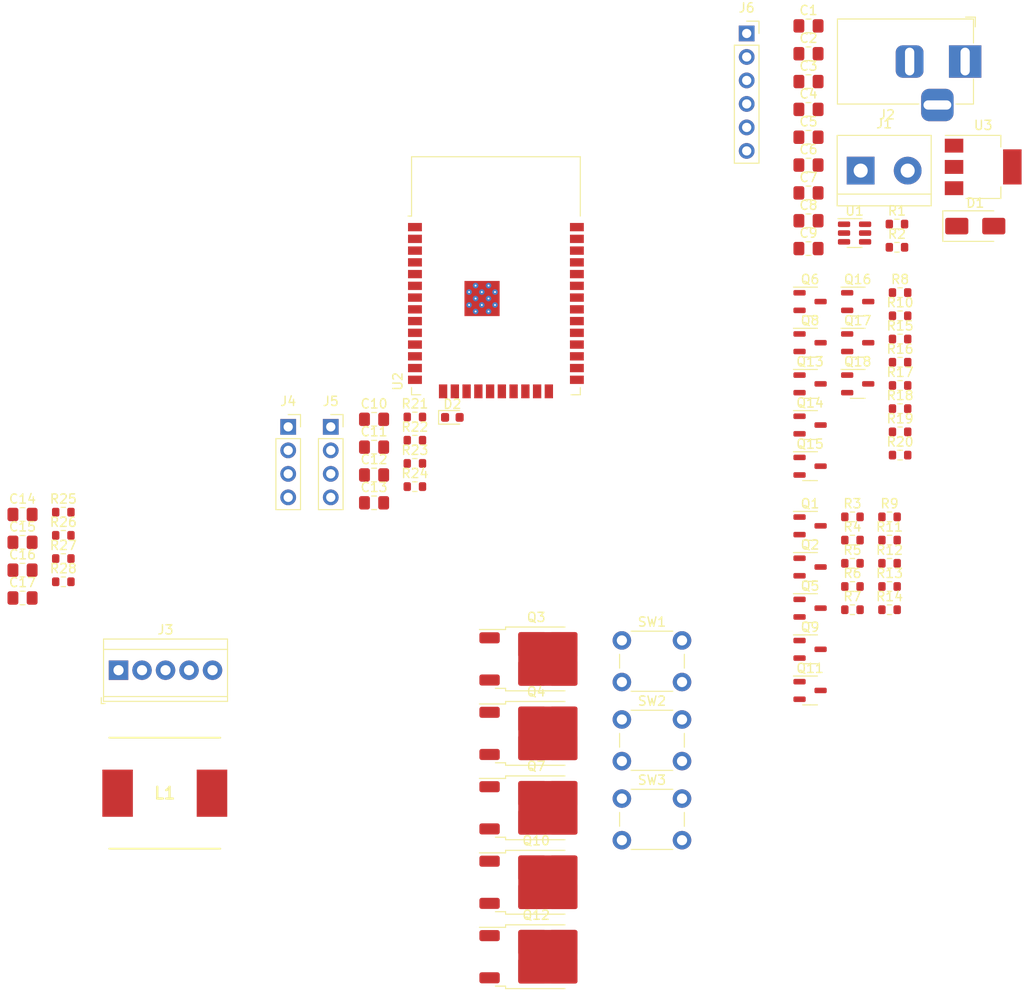
<source format=kicad_pcb>
(kicad_pcb (version 20221018) (generator pcbnew)
  (layers (0 "F.Cu" signal) (31 "B.Cu" signal) (34 "B.Paste" user) (35 "F.Paste" user) (36 "B.SilkS" user "B.Silkscreen") (37 "F.SilkS" user "F.Silkscreen") (38 "B.Mask" user) (39 "F.Mask" user) (44 "Edge.Cuts" user))
  (net 0 "")
  (net 1 "VCC")
  (net 2 "RST")
  (net 3 "Net-(U1-CB)")
  (net 4 "Net-(D1-K)")
  (net 5 "+3.3V")
  (net 6 "+5V")
  (net 7 "EN")
  (net 8 "Net-(U2-IO4)")
  (net 9 "Net-(D2-A)")
  (net 10 "/ws28xx_LEDs/out_DATA_1")
  (net 11 "/ws28xx_LEDs/out_DATA_2")
  (net 12 "/ws28xx_LEDs/out_DATA_3")
  (net 13 "/ws28xx_LEDs/out_DATA_4")
  (net 14 "TX")
  (net 15 "RX")
  (net 16 "Net-(Q1-C)")
  (net 17 "Net-(Q1-B)")
  (net 18 "Net-(Q2-C)")
  (net 19 "Net-(Q2-B)")
  (net 20 "Net-(Q5-C)")
  (net 21 "Net-(Q5-B)")
  (net 22 "Net-(Q13-G)")
  (net 23 "Net-(Q6-B)")
  (net 24 "Net-(Q14-G)")
  (net 25 "Net-(Q8-B)")
  (net 26 "Net-(Q10-G)")
  (net 27 "Net-(Q9-B)")
  (net 28 "Net-(Q11-C)")
  (net 29 "Net-(Q11-B)")
  (net 30 "Net-(Q15-C)")
  (net 31 "Net-(Q15-B)")
  (net 32 "Net-(Q16-C)")
  (net 33 "Net-(Q16-B)")
  (net 34 "Net-(U1-FB)")
  (net 35 "/drivers/in_R")
  (net 36 "/drivers/in_G")
  (net 37 "/drivers/in_B")
  (net 38 "/ws28xx_LEDs/in_DATA_1")
  (net 39 "/drivers/in_W")
  (net 40 "/drivers/in_WW")
  (net 41 "/ws28xx_LEDs/in_DATA_2")
  (net 42 "/ws28xx_LEDs/in_DATA_3")
  (net 43 "/ws28xx_LEDs/in_DATA_4")
  (net 44 "Net-(U2-IO0)")
  (net 45 "Net-(U2-IO2)")
  (net 62 "/drivers/out_R")
  (net 63 "/drivers/out_G")
  (net 64 "/drivers/out_B")
  (net 65 "/drivers/out_W")
  (net 66 "/drivers/out_WW")
  (net 67 "/pulls_ups/pull_input_ext_1")
  (net 68 "/pulls_ups/pull_input_ext_2")
  (net 69 "/pulls_ups/pull_input_ext_3")
  (net 70 "/pulls_ups/pull_input_ext_4")
  (footprint "Resistor_SMD:R_0603_1608Metric" (layer "F.Cu") (at 140.3375 104.65)
    (fp_text reference "R6" (at 0 -1.43) (layer "F.SilkS"))
    (fp_text value "1k")
    (pad "1" smd roundrect (at -0.825 0) (size 0.8 0.95) (layers "F.Cu" "F.Paste" "F.Mask") (net 18 "Net-(Q2-C)"))
    (pad "2" smd roundrect (at 0.825 0) (size 0.8 0.95) (layers "F.Cu" "F.Paste" "F.Mask") (net 1 "VCC"))
  )
  (footprint "Resistor_SMD:R_0603_1608Metric" (layer "F.Cu") (at 145.1475 67.97)
    (fp_text reference "R2" (at 0 -1.43) (layer "F.SilkS"))
    (fp_text value "R")
    (pad "1" smd roundrect (at -0.825 0) (size 0.8 0.95) (layers "F.Cu" "F.Paste" "F.Mask") (net 34 "Net-(U1-FB)"))
    (pad "2" smd roundrect (at 0.825 0) (size 0.8 0.95) (layers "F.Cu" "F.Paste" "F.Mask") (net 2 "RST"))
  )
  (footprint "Resistor_SMD:R_0603_1608Metric" (layer "F.Cu") (at 140.3375 97.12)
    (fp_text reference "R3" (at 0 -1.43) (layer "F.SilkS"))
    (fp_text value "10k")
    (pad "1" smd roundrect (at -0.825 0) (size 0.8 0.95) (layers "F.Cu" "F.Paste" "F.Mask") (net 35 "/drivers/in_R"))
    (pad "2" smd roundrect (at 0.825 0) (size 0.8 0.95) (layers "F.Cu" "F.Paste" "F.Mask") (net 17 "Net-(Q1-B)"))
  )
  (footprint "Package_TO_SOT_SMD:SOT-23-3" (layer "F.Cu") (at 140.9075 82.74)
    (fp_text reference "Q18" (at 0 -2.4) (layer "F.SilkS"))
    (fp_text value "BSS138")
    (pad "1" smd roundrect (at -1.1375 -0.95) (size 1.325 0.6) (layers "F.Cu" "F.Paste" "F.Mask") (net 32 "Net-(Q16-C)"))
    (pad "2" smd roundrect (at -1.1375 0.95) (size 1.325 0.6) (layers "F.Cu" "F.Paste" "F.Mask") (net 2 "RST"))
    (pad "3" smd roundrect (at 1.1375 0) (size 1.325 0.6) (layers "F.Cu" "F.Paste" "F.Mask") (net 13 "/ws28xx_LEDs/out_DATA_4"))
  )
  (footprint "Resistor_SMD:R_0603_1608Metric" (layer "F.Cu") (at 93.0475 93.85)
    (fp_text reference "R24" (at 0 -1.43) (layer "F.SilkS"))
    (fp_text value "10k")
    (pad "1" smd roundrect (at -0.825 0) (size 0.8 0.95) (layers "F.Cu" "F.Paste" "F.Mask") (net 8 "Net-(U2-IO4)"))
    (pad "2" smd roundrect (at 0.825 0) (size 0.8 0.95) (layers "F.Cu" "F.Paste" "F.Mask") (net 5 "+3.3V"))
  )
  (footprint "Capacitor_SMD:C_0805_2012Metric_Pad1.18x1.45mm_HandSolder" (layer "F.Cu") (at 135.5875 56.07)
    (fp_text reference "C5" (at 0 -1.68) (layer "F.SilkS"))
    (fp_text value "100nF")
    (pad "1" smd roundrect (at -1.0375 0) (size 1.175 1.45) (layers "F.Cu" "F.Paste" "F.Mask") (roundrect_rratio 0.212766) (net 5 "+3.3V"))
    (pad "2" smd roundrect (at 1.0375 0) (size 1.175 1.45) (layers "F.Cu" "F.Paste" "F.Mask") (roundrect_rratio 0.212766) (net 2 "RST"))
  )
  (footprint "Capacitor_SMD:C_0805_2012Metric_Pad1.18x1.45mm_HandSolder" (layer "F.Cu") (at 135.5875 50.05)
    (fp_text reference "C3" (at 0 -1.68) (layer "F.SilkS"))
    (fp_text value "100nF")
    (pad "1" smd roundrect (at -1.0375 0) (size 1.175 1.45) (layers "F.Cu" "F.Paste" "F.Mask") (roundrect_rratio 0.212766) (net 3 "Net-(U1-CB)"))
    (pad "2" smd roundrect (at 1.0375 0) (size 1.175 1.45) (layers "F.Cu" "F.Paste" "F.Mask") (roundrect_rratio 0.212766) (net 4 "Net-(D1-K)"))
  )
  (footprint "Resistor_SMD:R_0603_1608Metric" (layer "F.Cu") (at 144.3475 102.14)
    (fp_text reference "R12" (at 0 -1.43) (layer "F.SilkS"))
    (fp_text value "1k")
    (pad "1" smd roundrect (at -0.825 0) (size 0.8 0.95) (layers "F.Cu" "F.Paste" "F.Mask") (net 26 "Net-(Q10-G)"))
    (pad "2" smd roundrect (at 0.825 0) (size 0.8 0.95) (layers "F.Cu" "F.Paste" "F.Mask") (net 1 "VCC"))
  )
  (footprint "Capacitor_SMD:C_0805_2012Metric_Pad1.18x1.45mm_HandSolder" (layer "F.Cu") (at 135.5875 68.11)
    (fp_text reference "C9" (at 0 -1.68) (layer "F.SilkS"))
    (fp_text value "10uF")
    (pad "1" smd roundrect (at -1.0375 0) (size 1.175 1.45) (layers "F.Cu" "F.Paste" "F.Mask") (roundrect_rratio 0.212766) (net 6 "+5V"))
    (pad "2" smd roundrect (at 1.0375 0) (size 1.175 1.45) (layers "F.Cu" "F.Paste" "F.Mask") (roundrect_rratio 0.212766) (net 2 "RST"))
  )
  (footprint "Resistor_SMD:R_0603_1608Metric" (layer "F.Cu") (at 145.1475 65.46)
    (fp_text reference "R1" (at 0 -1.43) (layer "F.SilkS"))
    (fp_text value "R")
    (pad "1" smd roundrect (at -0.825 0) (size 0.8 0.95) (layers "F.Cu" "F.Paste" "F.Mask") (net 5 "+3.3V"))
    (pad "2" smd roundrect (at 0.825 0) (size 0.8 0.95) (layers "F.Cu" "F.Paste" "F.Mask") (net 34 "Net-(U1-FB)"))
  )
  (footprint "Connector_PinSocket_2.54mm:PinSocket_1x06_P2.54mm_Vertical" (layer "F.Cu") (at 128.9075 44.85)
    (fp_text reference "J6" (at 0 -2.77) (layer "F.SilkS"))
    (fp_text value "Conn_01x06")
    (pad "1" thru_hole rect (at 0 0) (size 1.7 1.7) (drill 1) (layers "*.Cu" "*.Mask") (net 14 "TX"))
    (pad "2" thru_hole oval (at 0 2.54) (size 1.7 1.7) (drill 1) (layers "*.Cu" "*.Mask") (net 15 "RX"))
    (pad "3" thru_hole oval (at 0 5.08) (size 1.7 1.7) (drill 1) (layers "*.Cu" "*.Mask") (net 5 "+3.3V"))
    (pad "4" thru_hole oval (at 0 7.62) (size 1.7 1.7) (drill 1) (layers "*.Cu" "*.Mask") (net 2 "RST"))
    (pad "5" thru_hole oval (at 0 10.16) (size 1.7 1.7) (drill 1) (layers "*.Cu" "*.Mask") (net 7 "EN"))
    (pad "6" thru_hole oval (at 0 12.7) (size 1.7 1.7) (drill 1) (layers "*.Cu" "*.Mask") (net 2 "RST"))
  )
  (footprint "TerminalBlock:TerminalBlock_bornier-2_P5.08mm" (layer "F.Cu") (at 141.2275 59.68)
    (fp_text reference "J1" (at 2.54 -5.08) (layer "F.SilkS"))
    (fp_text value "Screw_Terminal_01x02")
    (pad "1" thru_hole rect (at 0 0) (size 3 3) (drill 1.52) (layers "*.Cu" "*.Mask") (net 1 "VCC"))
    (pad "2" thru_hole circle (at 5.08 0) (size 3 3) (drill 1.52) (layers "*.Cu" "*.Mask") (net 2 "RST"))
  )
  (footprint "Package_TO_SOT_SMD:TO-252-2" (layer "F.Cu") (at 106.16 112.48)
    (fp_text reference "Q3" (at 0 -4.5) (layer "F.SilkS"))
    (fp_text value "IRFR1205TRPBF")
    (pad "1" smd roundrect (at -5.04 -2.28) (size 2.2 1.2) (layers "F.Cu" "F.Paste" "F.Mask") (roundrect_rratio 0.208333) (net 16 "Net-(Q1-C)"))
    (pad "2" smd roundrect (at -0.415 -1.525) (size 3.05 2.75) (layers "F.Cu" "F.Paste") (roundrect_rratio 0.090909) (net 62 "/drivers/out_R"))
    (pad "2" smd roundrect (at -0.415 1.525) (size 3.05 2.75) (layers "F.Cu" "F.Paste") (roundrect_rratio 0.090909) (net 62 "/drivers/out_R"))
    (pad "2" smd roundrect (at 1.26 0) (size 6.4 5.8) (layers "F.Cu" "F.Mask") (roundrect_rratio 0.043103) (net 62 "/drivers/out_R"))
    (pad "2" smd roundrect (at 2.935 -1.525) (size 3.05 2.75) (layers "F.Cu" "F.Paste") (roundrect_rratio 0.090909) (net 62 "/drivers/out_R"))
    (pad "2" smd roundrect (at 2.935 1.525) (size 3.05 2.75) (layers "F.Cu" "F.Paste") (roundrect_rratio 0.090909) (net 62 "/drivers/out_R"))
    (pad "3" smd roundrect (at -5.04 2.28) (size 2.2 1.2) (layers "F.Cu" "F.Paste" "F.Mask") (roundrect_rratio 0.208333) (net 2 "RST"))
  )
  (footprint "Resistor_SMD:R_0603_1608Metric" (layer "F.Cu") (at 145.4875 72.87)
    (fp_text reference "R8" (at 0 -1.43) (layer "F.SilkS"))
    (fp_text value "10k")
    (pad "1" smd roundrect (at -0.825 0) (size 0.8 0.95) (layers "F.Cu" "F.Paste" "F.Mask") (net 38 "/ws28xx_LEDs/in_DATA_1"))
    (pad "2" smd roundrect (at 0.825 0) (size 0.8 0.95) (layers "F.Cu" "F.Paste" "F.Mask") (net 23 "Net-(Q6-B)"))
  )
  (footprint "Package_TO_SOT_SMD:SOT-23-3" (layer "F.Cu") (at 135.7575 87.19)
    (fp_text reference "Q14" (at 0 -2.4) (layer "F.SilkS"))
    (fp_text value "BSS138")
    (pad "1" smd roundrect (at -1.1375 -0.95) (size 1.325 0.6) (layers "F.Cu" "F.Paste" "F.Mask") (net 24 "Net-(Q14-G)"))
    (pad "2" smd roundrect (at -1.1375 0.95) (size 1.325 0.6) (layers "F.Cu" "F.Paste" "F.Mask") (net 2 "RST"))
    (pad "3" smd roundrect (at 1.1375 0) (size 1.325 0.6) (layers "F.Cu" "F.Paste" "F.Mask") (net 11 "/ws28xx_LEDs/out_DATA_2"))
  )
  (footprint "Package_TO_SOT_SMD:TO-252-2" (layer "F.Cu") (at 106.16 136.63)
    (fp_text reference "Q10" (at 0 -4.5) (layer "F.SilkS"))
    (fp_text value "IRFR1205TRPBF")
    (pad "1" smd roundrect (at -5.04 -2.28) (size 2.2 1.2) (layers "F.Cu" "F.Paste" "F.Mask") (roundrect_rratio 0.208333) (net 26 "Net-(Q10-G)"))
    (pad "2" smd roundrect (at -0.415 -1.525) (size 3.05 2.75) (layers "F.Cu" "F.Paste") (roundrect_rratio 0.090909) (net 65 "/drivers/out_W"))
    (pad "2" smd roundrect (at -0.415 1.525) (size 3.05 2.75) (layers "F.Cu" "F.Paste") (roundrect_rratio 0.090909) (net 65 "/drivers/out_W"))
    (pad "2" smd roundrect (at 1.26 0) (size 6.4 5.8) (layers "F.Cu" "F.Mask") (roundrect_rratio 0.043103) (net 65 "/drivers/out_W"))
    (pad "2" smd roundrect (at 2.935 -1.525) (size 3.05 2.75) (layers "F.Cu" "F.Paste") (roundrect_rratio 0.090909) (net 65 "/drivers/out_W"))
    (pad "2" smd roundrect (at 2.935 1.525) (size 3.05 2.75) (layers "F.Cu" "F.Paste") (roundrect_rratio 0.090909) (net 65 "/drivers/out_W"))
    (pad "3" smd roundrect (at -5.04 2.28) (size 2.2 1.2) (layers "F.Cu" "F.Paste" "F.Mask") (roundrect_rratio 0.208333) (net 2 "RST"))
  )
  (footprint "Capacitor_SMD:C_0805_2012Metric_Pad1.18x1.45mm_HandSolder" (layer "F.Cu") (at 50.645 105.89)
    (fp_text reference "C17" (at 0 -1.68) (layer "F.SilkS"))
    (fp_text value "100nF")
    (pad "1" smd roundrect (at -1.0375 0) (size 1.175 1.45) (layers "F.Cu" "F.Paste" "F.Mask") (roundrect_rratio 0.212766) (net 70 "/pulls_ups/pull_input_ext_4"))
    (pad "2" smd roundrect (at 1.0375 0) (size 1.175 1.45) (layers "F.Cu" "F.Paste" "F.Mask") (roundrect_rratio 0.212766) (net 2 "RST"))
  )
  (footprint "Package_TO_SOT_SMD:SOT-23-3" (layer "F.Cu") (at 135.7575 91.64)
    (fp_text reference "Q15" (at 0 -2.4) (layer "F.SilkS"))
    (fp_text value "2N7002L")
    (pad "1" smd roundrect (at -1.1375 -0.95) (size 1.325 0.6) (layers "F.Cu" "F.Paste" "F.Mask") (net 30 "Net-(Q15-C)"))
    (pad "2" smd roundrect (at -1.1375 0.95) (size 1.325 0.6) (layers "F.Cu" "F.Paste" "F.Mask") (net 31 "Net-(Q15-B)"))
    (pad "3" smd roundrect (at 1.1375 0) (size 1.325 0.6) (layers "F.Cu" "F.Paste" "F.Mask") (net 2 "RST"))
  )
  (footprint "Resistor_SMD:R_0603_1608Metric" (layer "F.Cu") (at 55.055 96.61)
    (fp_text reference "R25" (at 0 -1.43) (layer "F.SilkS"))
    (fp_text value "10k")
    (pad "1" smd roundrect (at -0.825 0) (size 0.8 0.95) (layers "F.Cu" "F.Paste" "F.Mask") (net 67 "/pulls_ups/pull_input_ext_1"))
    (pad "2" smd roundrect (at 0.825 0) (size 0.8 0.95) (layers "F.Cu" "F.Paste" "F.Mask") (net 5 "+3.3V"))
  )
  (footprint "Resistor_SMD:R_0603_1608Metric" (layer "F.Cu") (at 144.3475 99.63)
    (fp_text reference "R11" (at 0 -1.43) (layer "F.SilkS"))
    (fp_text value "10k")
    (pad "1" smd roundrect (at -0.825 0) (size 0.8 0.95) (layers "F.Cu" "F.Paste" "F.Mask") (net 39 "/drivers/in_W"))
    (pad "2" smd roundrect (at 0.825 0) (size 0.8 0.95) (layers "F.Cu" "F.Paste" "F.Mask") (net 27 "Net-(Q9-B)"))
  )
  (footprint "Connector_PinSocket_2.54mm:PinSocket_1x04_P2.54mm_Vertical" (layer "F.Cu") (at 83.9575 87.39)
    (fp_text reference "J5" (at 0 -2.77) (layer "F.SilkS"))
    (fp_text value "Screw_Terminal_01x04")
    (pad "1" thru_hole rect (at 0 0) (size 1.7 1.7) (drill 1) (layers "*.Cu" "*.Mask") (net 67 "/pulls_ups/pull_input_ext_1"))
    (pad "2" thru_hole oval (at 0 2.54) (size 1.7 1.7) (drill 1) (layers "*.Cu" "*.Mask") (net 68 "/pulls_ups/pull_input_ext_2"))
    (pad "3" thru_hole oval (at 0 5.08) (size 1.7 1.7) (drill 1) (layers "*.Cu" "*.Mask") (net 69 "/pulls_ups/pull_input_ext_3"))
    (pad "4" thru_hole oval (at 0 7.62) (size 1.7 1.7) (drill 1) (layers "*.Cu" "*.Mask") (net 70 "/pulls_ups/pull_input_ext_4"))
  )
  (footprint "Resistor_SMD:R_0603_1608Metric" (layer "F.Cu") (at 55.055 104.14)
    (fp_text reference "R28" (at 0 -1.43) (layer "F.SilkS"))
    (fp_text value "10k")
    (pad "1" smd roundrect (at -0.825 0) (size 0.8 0.95) (layers "F.Cu" "F.Paste" "F.Mask") (net 70 "/pulls_ups/pull_input_ext_4"))
    (pad "2" smd roundrect (at 0.825 0) (size 0.8 0.95) (layers "F.Cu" "F.Paste" "F.Mask") (net 5 "+3.3V"))
  )
  (footprint "Resistor_SMD:R_0603_1608Metric" (layer "F.Cu") (at 145.4875 75.38)
    (fp_text reference "R10" (at 0 -1.43) (layer "F.SilkS"))
    (fp_text value "1k")
    (pad "1" smd roundrect (at -0.825 0) (size 0.8 0.95) (layers "F.Cu" "F.Paste" "F.Mask") (net 22 "Net-(Q13-G)"))
    (pad "2" smd roundrect (at 0.825 0) (size 0.8 0.95) (layers "F.Cu" "F.Paste" "F.Mask") (net 6 "+5V"))
  )
  (footprint "Package_TO_SOT_SMD:SOT-23-3" (layer "F.Cu") (at 140.9075 78.29)
    (fp_text reference "Q17" (at 0 -2.4) (layer "F.SilkS"))
    (fp_text value "BSS138")
    (pad "1" smd roundrect (at -1.1375 -0.95) (size 1.325 0.6) (layers "F.Cu" "F.Paste" "F.Mask") (net 30 "Net-(Q15-C)"))
    (pad "2" smd roundrect (at -1.1375 0.95) (size 1.325 0.6) (layers "F.Cu" "F.Paste" "F.Mask") (net 2 "RST"))
    (pad "3" smd roundrect (at 1.1375 0) (size 1.325 0.6) (layers "F.Cu" "F.Paste" "F.Mask") (net 12 "/ws28xx_LEDs/out_DATA_3"))
  )
  (footprint "Capacitor_SMD:C_0805_2012Metric_Pad1.18x1.45mm_HandSolder" (layer "F.Cu") (at 50.645 96.86)
    (fp_text reference "C14" (at 0 -1.68) (layer "F.SilkS"))
    (fp_text value "100nF")
    (pad "1" smd roundrect (at -1.0375 0) (size 1.175 1.45) (layers "F.Cu" "F.Paste" "F.Mask") (roundrect_rratio 0.212766) (net 67 "/pulls_ups/pull_input_ext_1"))
    (pad "2" smd roundrect (at 1.0375 0) (size 1.175 1.45) (layers "F.Cu" "F.Paste" "F.Mask") (roundrect_rratio 0.212766) (net 2 "RST"))
  )
  (footprint "Resistor_SMD:R_0603_1608Metric" (layer "F.Cu") (at 140.3375 99.63)
    (fp_text reference "R4" (at 0 -1.43) (layer "F.SilkS"))
    (fp_text value "10k")
    (pad "1" smd roundrect (at -0.825 0) (size 0.8 0.95) (layers "F.Cu" "F.Paste" "F.Mask") (net 36 "/drivers/in_G"))
    (pad "2" smd roundrect (at 0.825 0) (size 0.8 0.95) (layers "F.Cu" "F.Paste" "F.Mask") (net 19 "Net-(Q2-B)"))
  )
  (footprint "Button_Switch_THT:SW_PUSH_6mm_H5mm" (layer "F.Cu") (at 115.42 127.58)
    (fp_text reference "SW3" (at 3.25 -2) (layer "F.SilkS"))
    (fp_text value "SW_Push")
    (pad "1" thru_hole circle (at 0 0 90) (size 2 2) (drill 1.1) (layers "*.Cu" "*.Mask") (net 8 "Net-(U2-IO4)"))
    (pad "1" thru_hole circle (at 6.5 0 90) (size 2 2) (drill 1.1) (layers "*.Cu" "*.Mask") (net 8 "Net-(U2-IO4)"))
    (pad "2" thru_hole circle (at 0 4.5 90) (size 2 2) (drill 1.1) (layers "*.Cu" "*.Mask") (net 2 "RST"))
    (pad "2" thru_hole circle (at 6.5 4.5 90) (size 2 2) (drill 1.1) (layers "*.Cu" "*.Mask") (net 2 "RST"))
  )
  (footprint "Capacitor_SMD:C_0805_2012Metric_Pad1.18x1.45mm_HandSolder" (layer "F.Cu") (at 135.5875 53.06)
    (fp_text reference "C4" (at 0 -1.68) (layer "F.SilkS"))
    (fp_text value "10uF")
    (pad "1" smd roundrect (at -1.0375 0) (size 1.175 1.45) (layers "F.Cu" "F.Paste" "F.Mask") (roundrect_rratio 0.212766) (net 5 "+3.3V"))
    (pad "2" smd roundrect (at 1.0375 0) (size 1.175 1.45) (layers "F.Cu" "F.Paste" "F.Mask") (roundrect_rratio 0.212766) (net 2 "RST"))
  )
  (footprint "Resistor_SMD:R_0603_1608Metric" (layer "F.Cu") (at 55.055 101.63)
    (fp_text reference "R27" (at 0 -1.43) (layer "F.SilkS"))
    (fp_text value "10k")
    (pad "1" smd roundrect (at -0.825 0) (size 0.8 0.95) (layers "F.Cu" "F.Paste" "F.Mask") (net 69 "/pulls_ups/pull_input_ext_3"))
    (pad "2" smd roundrect (at 0.825 0) (size 0.8 0.95) (layers "F.Cu" "F.Paste" "F.Mask") (net 5 "+3.3V"))
  )
  (footprint "Resistor_SMD:R_0603_1608Metric" (layer "F.Cu") (at 140.3375 102.14)
    (fp_text reference "R5" (at 0 -1.43) (layer "F.SilkS"))
    (fp_text value "1k")
    (pad "1" smd roundrect (at -0.825 0) (size 0.8 0.95) (layers "F.Cu" "F.Paste" "F.Mask") (net 16 "Net-(Q1-C)"))
    (pad "2" smd roundrect (at 0.825 0) (size 0.8 0.95) (layers "F.Cu" "F.Paste" "F.Mask") (net 1 "VCC"))
  )
  (footprint "Resistor_SMD:R_0603_1608Metric" (layer "F.Cu") (at 93.0475 91.34)
    (fp_text reference "R23" (at 0 -1.43) (layer "F.SilkS"))
    (fp_text value "1k")
    (pad "1" smd roundrect (at -0.825 0) (size 0.8 0.95) (layers "F.Cu" "F.Paste" "F.Mask") (net 45 "Net-(U2-IO2)"))
    (pad "2" smd roundrect (at 0.825 0) (size 0.8 0.95) (layers "F.Cu" "F.Paste" "F.Mask") (net 9 "Net-(D2-A)"))
  )
  (footprint "Button_Switch_THT:SW_PUSH_6mm_H5mm" (layer "F.Cu") (at 115.42 119.03)
    (fp_text reference "SW2" (at 3.25 -2) (layer "F.SilkS"))
    (fp_text value "SW_Push")
    (pad "1" thru_hole circle (at 0 0 90) (size 2 2) (drill 1.1) (layers "*.Cu" "*.Mask") (net 2 "RST"))
    (pad "1" thru_hole circle (at 6.5 0 90) (size 2 2) (drill 1.1) (layers "*.Cu" "*.Mask") (net 2 "RST"))
    (pad "2" thru_hole circle (at 0 4.5 90) (size 2 2) (drill 1.1) (layers "*.Cu" "*.Mask") (net 7 "EN"))
    (pad "2" thru_hole circle (at 6.5 4.5 90) (size 2 2) (drill 1.1) (layers "*.Cu" "*.Mask") (net 7 "EN"))
  )
  (footprint "Package_TO_SOT_SMD:SOT-23-3" (layer "F.Cu") (at 135.7575 106.99)
    (fp_text reference "Q5" (at 0 -2.4) (layer "F.SilkS"))
    (fp_text value "2N7002L")
    (pad "1" smd roundrect (at -1.1375 -0.95) (size 1.325 0.6) (layers "F.Cu" "F.Paste" "F.Mask") (net 20 "Net-(Q5-C)"))
    (pad "2" smd roundrect (at -1.1375 0.95) (size 1.325 0.6) (layers "F.Cu" "F.Paste" "F.Mask") (net 21 "Net-(Q5-B)"))
    (pad "3" smd roundrect (at 1.1375 0) (size 1.325 0.6) (layers "F.Cu" "F.Paste" "F.Mask") (net 2 "RST"))
  )
  (footprint "Resistor_SMD:R_0603_1608Metric" (layer "F.Cu") (at 145.4875 90.44)
    (fp_text reference "R20" (at 0 -1.43) (layer "F.SilkS"))
    (fp_text value "1k")
    (pad "1" smd roundrect (at -0.825 0) (size 0.8 0.95) (layers "F.Cu" "F.Paste" "F.Mask") (net 32 "Net-(Q16-C)"))
    (pad "2" smd roundrect (at 0.825 0) (size 0.8 0.95) (layers "F.Cu" "F.Paste" "F.Mask") (net 6 "+5V"))
  )
  (footprint "Package_TO_SOT_SMD:SOT-23-3" (layer "F.Cu") (at 135.7575 111.44)
    (fp_text reference "Q9" (at 0 -2.4) (layer "F.SilkS"))
    (fp_text value "2N7002L")
    (pad "1" smd roundrect (at -1.1375 -0.95) (size 1.325 0.6) (layers "F.Cu" "F.Paste" "F.Mask") (net 26 "Net-(Q10-G)"))
    (pad "2" smd roundrect (at -1.1375 0.95) (size 1.325 0.6) (layers "F.Cu" "F.Paste" "F.Mask") (net 27 "Net-(Q9-B)"))
    (pad "3" smd roundrect (at 1.1375 0) (size 1.325 0.6) (layers "F.Cu" "F.Paste" "F.Mask") (net 2 "RST"))
  )
  (footprint "Resistor_SMD:R_0603_1608Metric" (layer "F.Cu") (at 55.055 99.12)
    (fp_text reference "R26" (at 0 -1.43) (layer "F.SilkS"))
    (fp_text value "10k")
    (pad "1" smd roundrect (at -0.825 0) (size 0.8 0.95) (layers "F.Cu" "F.Paste" "F.Mask") (net 68 "/pulls_ups/pull_input_ext_2"))
    (pad "2" smd roundrect (at 0.825 0) (size 0.8 0.95) (layers "F.Cu" "F.Paste" "F.Mask") (net 5 "+3.3V"))
  )
  (footprint "Capacitor_SMD:C_0805_2012Metric_Pad1.18x1.45mm_HandSolder" (layer "F.Cu") (at 50.645 99.87)
    (fp_text reference "C15" (at 0 -1.68) (layer "F.SilkS"))
    (fp_text value "100nF")
    (pad "1" smd roundrect (at -1.0375 0) (size 1.175 1.45) (layers "F.Cu" "F.Paste" "F.Mask") (roundrect_rratio 0.212766) (net 68 "/pulls_ups/pull_input_ext_2"))
    (pad "2" smd roundrect (at 1.0375 0) (size 1.175 1.45) (layers "F.Cu" "F.Paste" "F.Mask") (roundrect_rratio 0.212766) (net 2 "RST"))
  )
  (footprint "Package_TO_SOT_SMD:SOT-23-3" (layer "F.Cu") (at 135.7575 82.74)
    (fp_text reference "Q13" (at 0 -2.4) (layer "F.SilkS"))
    (fp_text value "BSS138")
    (pad "1" smd roundrect (at -1.1375 -0.95) (size 1.325 0.6) (layers "F.Cu" "F.Paste" "F.Mask") (net 22 "Net-(Q13-G)"))
    (pad "2" smd roundrect (at -1.1375 0.95) (size 1.325 0.6) (layers "F.Cu" "F.Paste" "F.Mask") (net 2 "RST"))
    (pad "3" smd roundrect (at 1.1375 0) (size 1.325 0.6) (layers "F.Cu" "F.Paste" "F.Mask") (net 10 "/ws28xx_LEDs/out_DATA_1"))
  )
  (footprint "Connector_BarrelJack:BarrelJack_Horizontal" (layer "F.Cu") (at 152.5175 47.885)
    (fp_text reference "J2" (at -8.45 5.75) (layer "F.SilkS"))
    (fp_text value "Barrel_Jack_Switch")
    (pad "1" thru_hole rect (at 0 0) (size 3.5 3.5) (drill oval 1 3) (layers "*.Cu" "*.Mask") (net 1 "VCC"))
    (pad "2" thru_hole roundrect (at -6 0) (size 3 3.5) (drill oval 1 3) (layers "*.Cu" "*.Mask") (net 2 "RST"))
    (pad "3" thru_hole roundrect (at -3 4.7) (size 3.5 3.5) (drill oval 3 1) (layers "*.Cu" "*.Mask") (net 2 "RST"))
  )
  (footprint "Capacitor_SMD:C_0805_2012Metric_Pad1.18x1.45mm_HandSolder" (layer "F.Cu") (at 88.6375 86.57)
    (fp_text reference "C10" (at 0 -1.68) (layer "F.SilkS"))
    (fp_text value "100nF")
    (pad "1" smd roundrect (at -1.0375 0) (size 1.175 1.45) (layers "F.Cu" "F.Paste" "F.Mask") (roundrect_rratio 0.212766) (net 5 "+3.3V"))
    (pad "2" smd roundrect (at 1.0375 0) (size 1.175 1.45) (layers "F.Cu" "F.Paste" "F.Mask") (roundrect_rratio 0.212766) (net 2 "RST"))
  )
  (footprint "Package_TO_SOT_SMD:SOT-23-3" (layer "F.Cu") (at 135.7575 73.84)
    (fp_text reference "Q6" (at 0 -2.4) (layer "F.SilkS"))
    (fp_text value "2N7002L")
    (pad "1" smd roundrect (at -1.1375 -0.95) (size 1.325 0.6) (layers "F.Cu" "F.Paste" "F.Mask") (net 22 "Net-(Q13-G)"))
    (pad "2" smd roundrect (at -1.1375 0.95) (size 1.325 0.6) (layers "F.Cu" "F.Paste" "F.Mask") (net 23 "Net-(Q6-B)"))
    (pad "3" smd roundrect (at 1.1375 0) (size 1.325 0.6) (layers "F.Cu" "F.Paste" "F.Mask") (net 2 "RST"))
  )
  (footprint "Resistor_SMD:R_0603_1608Metric" (layer "F.Cu") (at 93.0475 86.32)
    (fp_text reference "R21" (at 0 -1.43) (layer "F.SilkS"))
    (fp_text value "10k")
    (pad "1" smd roundrect (at -0.825 0) (size 0.8 0.95) (layers "F.Cu" "F.Paste" "F.Mask") (net 7 "EN"))
    (pad "2" smd roundrect (at 0.825 0) (size 0.8 0.95) (layers "F.Cu" "F.Paste" "F.Mask") (net 5 "+3.3V"))
  )
  (footprint "Capacitor_SMD:C_0805_2012Metric_Pad1.18x1.45mm_HandSolder" (layer "F.Cu") (at 88.6375 95.6)
    (fp_text reference "C13" (at 0 -1.68) (layer "F.SilkS"))
    (fp_text value "100nF")
    (pad "1" smd roundrect (at -1.0375 0) (size 1.175 1.45) (layers "F.Cu" "F.Paste" "F.Mask") (roundrect_rratio 0.212766) (net 8 "Net-(U2-IO4)"))
    (pad "2" smd roundrect (at 1.0375 0) (size 1.175 1.45) (layers "F.Cu" "F.Paste" "F.Mask") (roundrect_rratio 0.212766) (net 2 "RST"))
  )
  (footprint "Button_Switch_THT:SW_PUSH_6mm_H5mm" (layer "F.Cu") (at 115.42 110.48)
    (fp_text reference "SW1" (at 3.25 -2) (layer "F.SilkS"))
    (fp_text value "SW_Push")
    (pad "1" thru_hole circle (at 0 0 90) (size 2 2) (drill 1.1) (layers "*.Cu" "*.Mask") (net 44 "Net-(U2-IO0)"))
    (pad "1" thru_hole circle (at 6.5 0 90) (size 2 2) (drill 1.1) (layers "*.Cu" "*.Mask") (net 44 "Net-(U2-IO0)"))
    (pad "2" thru_hole circle (at 0 4.5 90) (size 2 2) (drill 1.1) (layers "*.Cu" "*.Mask") (net 2 "RST"))
    (pad "2" thru_hole circle (at 6.5 4.5 90) (size 2 2) (drill 1.1) (layers "*.Cu" "*.Mask") (net 2 "RST"))
  )
  (footprint "Diode_SMD:D_SMA" (layer "F.Cu") (at 153.6125 65.68)
    (fp_text reference "D1" (at 0 -2.5) (layer "F.SilkS"))
    (fp_text value "D_Schottky")
    (pad "1" smd roundrect (at -2 0) (size 2.5 1.8) (layers "F.Cu" "F.Paste" "F.Mask") (roundrect_rratio 0.1388888889) (net 4 "Net-(D1-K)"))
    (pad "2" smd roundrect (at 2 0) (size 2.5 1.8) (layers "F.Cu" "F.Paste" "F.Mask") (roundrect_rratio 0.1388888889) (net 2 "RST"))
  )
  (footprint "Resistor_SMD:R_0603_1608Metric" (layer "F.Cu") (at 145.4875 85.42)
    (fp_text reference "R18" (at 0 -1.43) (layer "F.SilkS"))
    (fp_text value "10k")
    (pad "1" smd roundrect (at -0.825 0) (size 0.8 0.95) (layers "F.Cu" "F.Paste" "F.Mask") (net 43 "/ws28xx_LEDs/in_DATA_4"))
    (pad "2" smd roundrect (at 0.825 0) (size 0.8 0.95) (layers "F.Cu" "F.Paste" "F.Mask") (net 33 "Net-(Q16-B)"))
  )
  (footprint "Capacitor_SMD:C_0805_2012Metric_Pad1.18x1.45mm_HandSolder" (layer "F.Cu") (at 135.5875 44.03)
    (fp_text reference "C1" (at 0 -1.68) (layer "F.SilkS"))
    (fp_text value "100nF")
    (pad "1" smd roundrect (at -1.0375 0) (size 1.175 1.45) (layers "F.Cu" "F.Paste" "F.Mask") (roundrect_rratio 0.212766) (net 1 "VCC"))
    (pad "2" smd roundrect (at 1.0375 0) (size 1.175 1.45) (layers "F.Cu" "F.Paste" "F.Mask") (roundrect_rratio 0.212766) (net 2 "RST"))
  )
  (footprint "Capacitor_SMD:C_0805_2012Metric_Pad1.18x1.45mm_HandSolder" (layer "F.Cu") (at 135.5875 62.09)
    (fp_text reference "C7" (at 0 -1.68) (layer "F.SilkS"))
    (fp_text value "10uF")
    (pad "1" smd roundrect (at -1.0375 0) (size 1.175 1.45) (layers "F.Cu" "F.Paste" "F.Mask") (roundrect_rratio 0.212766) (net 1 "VCC"))
    (pad "2" smd roundrect (at 1.0375 0) (size 1.175 1.45) (layers "F.Cu" "F.Paste" "F.Mask") (roundrect_rratio 0.212766) (net 2 "RST"))
  )
  (footprint "Resistor_SMD:R_0603_1608Metric" (layer "F.Cu") (at 93.0475 88.83)
    (fp_text reference "R22" (at 0 -1.43) (layer "F.SilkS"))
    (fp_text value "10k")
    (pad "1" smd roundrect (at -0.825 0) (size 0.8 0.95) (layers "F.Cu" "F.Paste" "F.Mask") (net 44 "Net-(U2-IO0)"))
    (pad "2" smd roundrect (at 0.825 0) (size 0.8 0.95) (layers "F.Cu" "F.Paste" "F.Mask") (net 5 "+3.3V"))
  )
  (footprint "Package_TO_SOT_SMD:SOT-23-6" (layer "F.Cu") (at 140.5675 66.43)
    (fp_text reference "U1" (at 0 -2.4) (layer "F.SilkS"))
    (fp_text value "LMR16006YQ")
    (pad "1" smd roundrect (at -1.1375 -0.95) (size 1.325 0.6) (layers "F.Cu" "F.Paste" "F.Mask") (net 3 "Net-(U1-CB)"))
    (pad "2" smd roundrect (at -1.1375 0) (size 1.325 0.6) (layers "F.Cu" "F.Paste" "F.Mask") (net 2 "RST"))
    (pad "3" smd roundrect (at -1.1375 0.95) (size 1.325 0.6) (layers "F.Cu" "F.Paste" "F.Mask") (net 34 "Net-(U1-FB)"))
    (pad "4" smd roundrect (at 1.1375 0.95) (size 1.325 0.6) (layers "F.Cu" "F.Paste" "F.Mask"))
    (pad "5" smd roundrect (at 1.1375 0) (size 1.325 0.6) (layers "F.Cu" "F.Paste" "F.Mask") (net 1 "VCC"))
    (pad "6" smd roundrect (at 1.1375 -0.95) (size 1.325 0.6) (layers "F.Cu" "F.Paste" "F.Mask") (net 4 "Net-(D1-K)"))
  )
  (footprint "Resistor_SMD:R_0603_1608Metric" (layer "F.Cu") (at 145.4875 77.89)
    (fp_text reference "R15" (at 0 -1.43) (layer "F.SilkS"))
    (fp_text value "10k")
    (pad "1" smd roundrect (at -0.825 0) (size 0.8 0.95) (layers "F.Cu" "F.Paste" "F.Mask") (net 41 "/ws28xx_LEDs/in_DATA_2"))
    (pad "2" smd roundrect (at 0.825 0) (size 0.8 0.95) (layers "F.Cu" "F.Paste" "F.Mask") (net 25 "Net-(Q8-B)"))
  )
  (footprint "Capacitor_SMD:C_0805_2012Metric_Pad1.18x1.45mm_HandSolder" (layer "F.Cu") (at 88.6375 92.59)
    (fp_text reference "C12" (at 0 -1.68) (layer "F.SilkS"))
    (fp_text value "10uF")
    (pad "1" smd roundrect (at -1.0375 0) (size 1.175 1.45) (layers "F.Cu" "F.Paste" "F.Mask") (roundrect_rratio 0.212766) (net 7 "EN"))
    (pad "2" smd roundrect (at 1.0375 0) (size 1.175 1.45) (layers "F.Cu" "F.Paste" "F.Mask") (roundrect_rratio 0.212766) (net 2 "RST"))
  )
  (footprint "Package_TO_SOT_SMD:SOT-23-3" (layer "F.Cu") (at 135.7575 102.54)
    (fp_text reference "Q2" (at 0 -2.4) (layer "F.SilkS"))
    (fp_text value "2N7002L")
    (pad "1" smd roundrect (at -1.1375 -0.95) (size 1.325 0.6) (layers "F.Cu" "F.Paste" "F.Mask") (net 18 "Net-(Q2-C)"))
    (pad "2" smd roundrect (at -1.1375 0.95) (size 1.325 0.6) (layers "F.Cu" "F.Paste" "F.Mask") (net 19 "Net-(Q2-B)"))
    (pad "3" smd roundrect (at 1.1375 0) (size 1.325 0.6) (layers "F.Cu" "F.Paste" "F.Mask") (net 2 "RST"))
  )
  (footprint "Package_TO_SOT_SMD:TO-252-2" (layer "F.Cu") (at 106.16 144.68)
    (fp_text reference "Q12" (at 0 -4.5) (layer "F.SilkS"))
    (fp_text value "IRFR1205TRPBF")
    (pad "1" smd roundrect (at -5.04 -2.28) (size 2.2 1.2) (layers "F.Cu" "F.Paste" "F.Mask") (roundrect_rratio 0.208333) (net 28 "Net-(Q11-C)"))
    (pad "2" smd roundrect (at -0.415 -1.525) (size 3.05 2.75) (layers "F.Cu" "F.Paste") (roundrect_rratio 0.090909) (net 66 "/drivers/out_WW"))
    (pad "2" smd roundrect (at -0.415 1.525) (size 3.05 2.75) (layers "F.Cu" "F.Paste") (roundrect_rratio 0.090909) (net 66 "/drivers/out_WW"))
    (pad "2" smd roundrect (at 1.26 0) (size 6.4 5.8) (layers "F.Cu" "F.Mask") (roundrect_rratio 0.043103) (net 66 "/drivers/out_WW"))
    (pad "2" smd roundrect (at 2.935 -1.525) (size 3.05 2.75) (layers "F.Cu" "F.Paste") (roundrect_rratio 0.090909) (net 66 "/drivers/out_WW"))
    (pad "2" smd roundrect (at 2.935 1.525) (size 3.05 2.75) (layers "F.Cu" "F.Paste") (roundrect_rratio 0.090909) (net 66 "/drivers/out_WW"))
    (pad "3" smd roundrect (at -5.04 2.28) (size 2.2 1.2) (layers "F.Cu" "F.Paste" "F.Mask") (roundrect_rratio 0.208333) (net 2 "RST"))
  )
  (footprint "Package_TO_SOT_SMD:TO-252-2" (layer "F.Cu") (at 106.16 128.58)
    (fp_text reference "Q7" (at 0 -4.5) (layer "F.SilkS"))
    (fp_text value "IRFR1205TRPBF")
    (pad "1" smd roundrect (at -5.04 -2.28) (size 2.2 1.2) (layers "F.Cu" "F.Paste" "F.Mask") (roundrect_rratio 0.208333) (net 20 "Net-(Q5-C)"))
    (pad "2" smd roundrect (at -0.415 -1.525) (size 3.05 2.75) (layers "F.Cu" "F.Paste") (roundrect_rratio 0.090909) (net 64 "/drivers/out_B"))
    (pad "2" smd roundrect (at -0.415 1.525) (size 3.05 2.75) (layers "F.Cu" "F.Paste") (roundrect_rratio 0.090909) (net 64 "/drivers/out_B"))
    (pad "2" smd roundrect (at 1.26 0) (size 6.4 5.8) (layers "F.Cu" "F.Mask") (roundrect_rratio 0.043103) (net 64 "/drivers/out_B"))
    (pad "2" smd roundrect (at 2.935 -1.525) (size 3.05 2.75) (layers "F.Cu" "F.Paste") (roundrect_rratio 0.090909) (net 64 "/drivers/out_B"))
    (pad "2" smd roundrect (at 2.935 1.525) (size 3.05 2.75) (layers "F.Cu" "F.Paste") (roundrect_rratio 0.090909) (net 64 "/drivers/out_B"))
    (pad "3" smd roundrect (at -5.04 2.28) (size 2.2 1.2) (layers "F.Cu" "F.Paste" "F.Mask") (roundrect_rratio 0.208333) (net 2 "RST"))
  )
  (footprint "Package_TO_SOT_SMD:SOT-23-3" (layer "F.Cu") (at 135.7575 78.29)
    (fp_text reference "Q8" (at 0 -2.4) (layer "F.SilkS"))
    (fp_text value "2N7002L")
    (pad "1" smd roundrect (at -1.1375 -0.95) (size 1.325 0.6) (layers "F.Cu" "F.Paste" "F.Mask") (net 24 "Net-(Q14-G)"))
    (pad "2" smd roundrect (at -1.1375 0.95) (size 1.325 0.6) (layers "F.Cu" "F.Paste" "F.Mask") (net 25 "Net-(Q8-B)"))
    (pad "3" smd roundrect (at 1.1375 0) (size 1.325 0.6) (layers "F.Cu" "F.Paste" "F.Mask") (net 2 "RST"))
  )
  (footprint "Resistor_SMD:R_0603_1608Metric" (layer "F.Cu") (at 145.4875 87.93)
    (fp_text reference "R19" (at 0 -1.43) (layer "F.SilkS"))
    (fp_text value "1k")
    (pad "1" smd roundrect (at -0.825 0) (size 0.8 0.95) (layers "F.Cu" "F.Paste" "F.Mask") (net 30 "Net-(Q15-C)"))
    (pad "2" smd roundrect (at 0.825 0) (size 0.8 0.95) (layers "F.Cu" "F.Paste" "F.Mask") (net 6 "+5V"))
  )
  (footprint "Package_TO_SOT_SMD:SOT-223-3_TabPin2" (layer "F.Cu") (at 154.4675 59.28)
    (fp_text reference "U3" (at 0 -4.5) (layer "F.SilkS"))
    (fp_text value "LM7805MP")
    (pad "1" smd rect (at -3.15 -2.3) (size 2 1.5) (layers "F.Cu" "F.Paste" "F.Mask") (net 1 "VCC"))
    (pad "2" smd rect (at -3.15 0) (size 2 1.5) (layers "F.Cu" "F.Paste" "F.Mask") (net 2 "RST"))
    (pad "2" smd rect (at 3.15 0) (size 2 3.8) (layers "F.Cu" "F.Paste" "F.Mask") (net 2 "RST"))
    (pad "3" smd rect (at -3.15 2.3) (size 2 1.5) (layers "F.Cu" "F.Paste" "F.Mask") (net 6 "+5V"))
  )
  (footprint "Package_TO_SOT_SMD:SOT-23-3" (layer "F.Cu") (at 135.7575 115.89)
    (fp_text reference "Q11" (at 0 -2.4) (layer "F.SilkS"))
    (fp_text value "2N7002L")
    (pad "1" smd roundrect (at -1.1375 -0.95) (size 1.325 0.6) (layers "F.Cu" "F.Paste" "F.Mask") (net 28 "Net-(Q11-C)"))
    (pad "2" smd roundrect (at -1.1375 0.95) (size 1.325 0.6) (layers "F.Cu" "F.Paste" "F.Mask") (net 29 "Net-(Q11-B)"))
    (pad "3" smd roundrect (at 1.1375 0) (size 1.325 0.6) (layers "F.Cu" "F.Paste" "F.Mask") (net 2 "RST"))
  )
  (footprint "Capacitor_SMD:C_0805_2012Metric_Pad1.18x1.45mm_HandSolder" (layer "F.Cu") (at 135.5875 47.04)
    (fp_text reference "C2" (at 0 -1.68) (layer "F.SilkS"))
    (fp_text value "10uF")
    (pad "1" smd roundrect (at -1.0375 0) (size 1.175 1.45) (layers "F.Cu" "F.Paste" "F.Mask") (roundrect_rratio 0.212766) (net 1 "VCC"))
    (pad "2" smd roundrect (at 1.0375 0) (size 1.175 1.45) (layers "F.Cu" "F.Paste" "F.Mask") (roundrect_rratio 0.212766) (net 2 "RST"))
  )
  (footprint "Package_TO_SOT_SMD:SOT-23-3" (layer "F.Cu") (at 135.7575 98.09)
    (fp_text reference "Q1" (at 0 -2.4) (layer "F.SilkS"))
    (fp_text value "2N7002L")
    (pad "1" smd roundrect (at -1.1375 -0.95) (size 1.325 0.6) (layers "F.Cu" "F.Paste" "F.Mask") (net 16 "Net-(Q1-C)"))
    (pad "2" smd roundrect (at -1.1375 0.95) (size 1.325 0.6) (layers "F.Cu" "F.Paste" "F.Mask") (net 17 "Net-(Q1-B)"))
    (pad "3" smd roundrect (at 1.1375 0) (size 1.325 0.6) (layers "F.Cu" "F.Paste" "F.Mask") (net 2 "RST"))
  )
  (footprint "Capacitor_SMD:C_0805_2012Metric_Pad1.18x1.45mm_HandSolder" (layer "F.Cu") (at 135.5875 59.08)
    (fp_text reference "C6" (at 0 -1.68) (layer "F.SilkS"))
    (fp_text value "100nF")
    (pad "1" smd roundrect (at -1.0375 0) (size 1.175 1.45) (layers "F.Cu" "F.Paste" "F.Mask") (roundrect_rratio 0.212766) (net 1 "VCC"))
    (pad "2" smd roundrect (at 1.0375 0) (size 1.175 1.45) (layers "F.Cu" "F.Paste" "F.Mask") (roundrect_rratio 0.212766) (net 2 "RST"))
  )
  (footprint "Package_TO_SOT_SMD:TO-252-2" (layer "F.Cu") (at 106.16 120.53)
    (fp_text reference "Q4" (at 0 -4.5) (layer "F.SilkS"))
    (fp_text value "IRFR1205TRPBF")
    (pad "1" smd roundrect (at -5.04 -2.28) (size 2.2 1.2) (layers "F.Cu" "F.Paste" "F.Mask") (roundrect_rratio 0.208333) (net 18 "Net-(Q2-C)"))
    (pad "2" smd roundrect (at -0.415 -1.525) (size 3.05 2.75) (layers "F.Cu" "F.Paste") (roundrect_rratio 0.090909) (net 63 "/drivers/out_G"))
    (pad "2" smd roundrect (at -0.415 1.525) (size 3.05 2.75) (layers "F.Cu" "F.Paste") (roundrect_rratio 0.090909) (net 63 "/drivers/out_G"))
    (pad "2" smd roundrect (at 1.26 0) (size 6.4 5.8) (layers "F.Cu" "F.Mask") (roundrect_rratio 0.043103) (net 63 "/drivers/out_G"))
    (pad "2" smd roundrect (at 2.935 -1.525) (size 3.05 2.75) (layers "F.Cu" "F.Paste") (roundrect_rratio 0.090909) (net 63 "/drivers/out_G"))
    (pad "2" smd roundrect (at 2.935 1.525) (size 3.05 2.75) (layers "F.Cu" "F.Paste") (roundrect_rratio 0.090909) (net 63 "/drivers/out_G"))
    (pad "3" smd roundrect (at -5.04 2.28) (size 2.2 1.2) (layers "F.Cu" "F.Paste" "F.Mask") (roundrect_rratio 0.208333) (net 2 "RST"))
  )
  (footprint "KiCad:INDPM120120X800N" (layer "F.Cu") (at 66.02 127)
    (fp_text reference "L1" (at 0 0) (layer "F.SilkS") (effects (font (size 1.27 1.27) (thickness 0.254))))
    (fp_text value "22uH" hide)
    (pad "1" smd rect (at -5.1 0) (size 3.3 5.1) (layers "F.Cu" "F.Paste" "F.Mask") (net 4 "Net-(D1-K)"))
    (pad "2" smd rect (at 5.1 0) (size 3.3 5.1) (layers "F.Cu" "F.Paste" "F.Mask") (net 5 "+3.3V"))
  )
  (footprint "Resistor_SMD:R_0603_1608Metric" (layer "F.Cu") (at 144.3475 97.12)
    (fp_text reference "R9" (at 0 -1.43) (layer "F.SilkS"))
    (fp_text value "1k")
    (pad "1" smd roundrect (at -0.825 0) (size 0.8 0.95) (layers "F.Cu" "F.Paste" "F.Mask") (net 20 "Net-(Q5-C)"))
    (pad "2" smd roundrect (at 0.825 0) (size 0.8 0.95) (layers "F.Cu" "F.Paste" "F.Mask") (net 1 "VCC"))
  )
  (footprint "LED_SMD:LED_0603_1608Metric" (layer "F.Cu") (at 97.0975 86.36)
    (fp_text reference "D2" (at 0 -1.43) (layer "F.SilkS"))
    (fp_text value "LED")
    (pad "1" smd roundrect (at -0.7875 0) (size 0.875 0.95) (layers "F.Cu" "F.Paste" "F.Mask") (net 2 "RST"))
    (pad "2" smd roundrect (at 0.7875 0) (size 0.875 0.95) (layers "F.Cu" "F.Paste" "F.Mask") (net 9 "Net-(D2-A)"))
  )
  (footprint "TerminalBlock_TE-Connectivity:TerminalBlock_TE_282834-5_1x05_P2.54mm_Horizontal" (layer "F.Cu") (at 61.02 113.7)
    (fp_text reference "J3" (at 5.08 -4.37) (layer "F.SilkS"))
    (fp_text value "Screw_Terminal_01x05")
    (pad "1" thru_hole rect (at 0 0) (size 2.1 2.1) (drill 1.1) (layers "*.Cu" "*.Mask") (net 62 "/drivers/out_R"))
    (pad "2" thru_hole circle (at 2.54 0) (size 2.1 2.1) (drill 1.1) (layers "*.Cu" "*.Mask") (net 63 "/drivers/out_G"))
    (pad "3" thru_hole circle (at 5.08 0) (size 2.1 2.1) (drill 1.1) (layers "*.Cu" "*.Mask") (net 64 "/drivers/out_B"))
    (pad "4" thru_hole circle (at 7.62 0) (size 2.1 2.1) (drill 1.1) (layers "*.Cu" "*.Mask") (net 65 "/drivers/out_W"))
    (pad "5" thru_hole circle (at 10.16 0) (size 2.1 2.1) (drill 1.1) (layers "*.Cu" "*.Mask") (net 66 "/drivers/out_WW"))
  )
  (footprint "Package_TO_SOT_SMD:SOT-23-3" (layer "F.Cu") (at 140.9075 73.84)
    (fp_text reference "Q16" (at 0 -2.4) (layer "F.SilkS"))
    (fp_text value "2N7002L")
    (pad "1" smd roundrect (at -1.1375 -0.95) (size 1.325 0.6) (layers "F.Cu" "F.Paste" "F.Mask") (net 32 "Net-(Q16-C)"))
    (pad "2" smd roundrect (at -1.1375 0.95) (size 1.325 0.6) (layers "F.Cu" "F.Paste" "F.Mask") (net 33 "Net-(Q16-B)"))
    (pad "3" smd roundrect (at 1.1375 0) (size 1.325 0.6) (layers "F.Cu" "F.Paste" "F.Mask") (net 2 "RST"))
  )
  (footprint "Capacitor_SMD:C_0805_2012Metric_Pad1.18x1.45mm_HandSolder" (layer "F.Cu") (at 50.645 102.88)
    (fp_text reference "C16" (at 0 -1.68) (layer "F.SilkS"))
    (fp_text value "100nF")
    (pad "1" smd roundrect (at -1.0375 0) (size 1.175 1.45) (layers "F.Cu" "F.Paste" "F.Mask") (roundrect_rratio 0.212766) (net 69 "/pulls_ups/pull_input_ext_3"))
    (pad "2" smd roundrect (at 1.0375 0) (size 1.175 1.45) (layers "F.Cu" "F.Paste" "F.Mask") (roundrect_rratio 0.212766) (net 2 "RST"))
  )
  (footprint "Connector_PinSocket_2.54mm:PinSocket_1x04_P2.54mm_Vertical" (layer "F.Cu") (at 79.3575 87.39)
    (fp_text reference "J4" (at 0 -2.77) (layer "F.SilkS"))
    (fp_text value "Screw_Terminal_01x04")
    (pad "1" thru_hole rect (at 0 0) (size 1.7 1.7) (drill 1) (layers "*.Cu" "*.Mask") (net 10 "/ws28xx_LEDs/out_DATA_1"))
    (pad "2" thru_hole oval (at 0 2.54) (size 1.7 1.7) (drill 1) (layers "*.Cu" "*.Mask") (net 11 "/ws28xx_LEDs/out_DATA_2"))
    (pad "3" thru_hole oval (at 0 5.08) (size 1.7 1.7) (drill 1) (layers "*.Cu" "*.Mask") (net 12 "/ws28xx_LEDs/out_DATA_3"))
    (pad "4" thru_hole oval (at 0 7.62) (size 1.7 1.7) (drill 1) (layers "*.Cu" "*.Mask") (net 13 "/ws28xx_LEDs/out_DATA_4"))
  )
  (footprint "Resistor_SMD:R_0603_1608Metric" (layer "F.Cu") (at 145.4875 80.4)
    (fp_text reference "R16" (at 0 -1.43) (layer "F.SilkS"))
    (fp_text value "1k")
    (pad "1" smd roundrect (at -0.825 0) (size 0.8 0.95) (layers "F.Cu" "F.Paste" "F.Mask") (net 24 "Net-(Q14-G)"))
    (pad "2" smd roundrect (at 0.825 0) (size 0.8 0.95) (layers "F.Cu" "F.Paste" "F.Mask") (net 6 "+5V"))
  )
  (footprint "Capacitor_SMD:C_0805_2012Metric_Pad1.18x1.45mm_HandSolder" (layer "F.Cu") (at 135.5875 65.1)
    (fp_text reference "C8" (at 0 -1.68) (layer "F.SilkS"))
    (fp_text value "100nF")
    (pad "1" smd roundrect (at -1.0375 0) (size 1.175 1.45) (layers "F.Cu" "F.Paste" "F.Mask") (roundrect_rratio 0.212766) (net 6 "+5V"))
    (pad "2" smd roundrect (at 1.0375 0) (size 1.175 1.45) (layers "F.Cu" "F.Paste" "F.Mask") (roundrect_rratio 0.212766) (net 2 "RST"))
  )
  (footprint "Resistor_SMD:R_0603_1608Metric" (layer "F.Cu") (at 140.3375 107.16)
    (fp_text reference "R7" (at 0 -1.43) (layer "F.SilkS"))
    (fp_text value "10k")
    (pad "1" smd roundrect (at -0.825 0) (size 0.8 0.95) (layers "F.Cu" "F.Paste" "F.Mask") (net 37 "/drivers/in_B"))
    (pad "2" smd roundrect (at 0.825 0) (size 0.8 0.95) (layers "F.Cu" "F.Paste" "F.Mask") (net 21 "Net-(Q5-B)"))
  )
  (footprint "Capacitor_SMD:C_0805_2012Metric_Pad1.18x1.45mm_HandSolder" (layer "F.Cu") (at 88.6375 89.58)
    (fp_text reference "C11" (at 0 -1.68) (layer "F.SilkS"))
    (fp_text value "10uF")
    (pad "1" smd roundrect (at -1.0375 0) (size 1.175 1.45) (layers "F.Cu" "F.Paste" "F.Mask") (roundrect_rratio 0.212766) (net 5 "+3.3V"))
    (pad "2" smd roundrect (at 1.0375 0) (size 1.175 1.45) (layers "F.Cu" "F.Paste" "F.Mask") (roundrect_rratio 0.212766) (net 2 "RST"))
  )
  (footprint "Resistor_SMD:R_0603_1608Metric" (layer "F.Cu") (at 144.3475 104.65)
    (fp_text reference "R13" (at 0 -1.43) (layer "F.SilkS"))
    (fp_text value "10k")
    (pad "1" smd roundrect (at -0.825 0) (size 0.8 0.95) (layers "F.Cu" "F.Paste" "F.Mask") (net 40 "/drivers/in_WW"))
    (pad "2" smd roundrect (at 0.825 0) (size 0.8 0.95) (layers "F.Cu" "F.Paste" "F.Mask") (net 29 "Net-(Q11-B)"))
  )
  (footprint "Resistor_SMD:R_0603_1608Metric" (layer "F.Cu") (at 145.4875 82.91)
    (fp_text reference "R17" (at 0 -1.43) (layer "F.SilkS"))
    (fp_text value "10k")
    (pad "1" smd roundrect (at -0.825 0) (size 0.8 0.95) (layers "F.Cu" "F.Paste" "F.Mask") (net 42 "/ws28xx_LEDs/in_DATA_3"))
    (pad "2" smd roundrect (at 0.825 0) (size 0.8 0.95) (layers "F.Cu" "F.Paste" "F.Mask") (net 31 "Net-(Q15-B)"))
  )
  (footprint "RF_Module:ESP32-WROOM-32D" (layer "F.Cu") (at 101.8075 74.04)
    (fp_text reference "U2" (at -10.61 8.43 90) (layer "F.SilkS"))
    (fp_text value "ESP32-WROOM-32D")
    (pad "1" smd rect (at -8.75 -8.25) (size 1.5 0.9) (layers "F.Cu" "F.Paste" "F.Mask") (net 2 "RST"))
    (pad "2" smd rect (at -8.75 -6.98) (size 1.5 0.9) (layers "F.Cu" "F.Paste" "F.Mask") (net 5 "+3.3V"))
    (pad "3" smd rect (at -8.75 -5.71) (size 1.5 0.9) (layers "F.Cu" "F.Paste" "F.Mask") (net 7 "EN"))
    (pad "4" smd rect (at -8.75 -4.44) (size 1.5 0.9) (layers "F.Cu" "F.Paste" "F.Mask"))
    (pad "5" smd rect (at -8.75 -3.17) (size 1.5 0.9) (layers "F.Cu" "F.Paste" "F.Mask"))
    (pad "6" smd rect (at -8.75 -1.9) (size 1.5 0.9) (layers "F.Cu" "F.Paste" "F.Mask"))
    (pad "7" smd rect (at -8.75 -0.63) (size 1.5 0.9) (layers "F.Cu" "F.Paste" "F.Mask"))
    (pad "8" smd rect (at -8.75 0.64) (size 1.5 0.9) (layers "F.Cu" "F.Paste" "F.Mask") (net 69 "/pulls_ups/pull_input_ext_3"))
    (pad "9" smd rect (at -8.75 1.91) (size 1.5 0.9) (layers "F.Cu" "F.Paste" "F.Mask") (net 70 "/pulls_ups/pull_input_ext_4"))
    (pad "10" smd rect (at -8.75 3.18) (size 1.5 0.9) (layers "F.Cu" "F.Paste" "F.Mask") (net 43 "/ws28xx_LEDs/in_DATA_4"))
    (pad "11" smd rect (at -8.75 4.45) (size 1.5 0.9) (layers "F.Cu" "F.Paste" "F.Mask") (net 67 "/pulls_ups/pull_input_ext_1"))
    (pad "12" smd rect (at -8.75 5.72) (size 1.5 0.9) (layers "F.Cu" "F.Paste" "F.Mask") (net 68 "/pulls_ups/pull_input_ext_2"))
    (pad "13" smd rect (at -8.75 6.99) (size 1.5 0.9) (layers "F.Cu" "F.Paste" "F.Mask"))
    (pad "14" smd rect (at -8.75 8.26) (size 1.5 0.9) (layers "F.Cu" "F.Paste" "F.Mask"))
    (pad "15" smd rect (at -5.71 9.51 90) (size 1.5 0.9) (layers "F.Cu" "F.Paste" "F.Mask") (net 2 "RST"))
    (pad "16" smd rect (at -4.44 9.51 90) (size 1.5 0.9) (layers "F.Cu" "F.Paste" "F.Mask") (net 35 "/drivers/in_R"))
    (pad "17" smd rect (at -3.17 9.51 90) (size 1.5 0.9) (layers "F.Cu" "F.Paste" "F.Mask"))
    (pad "18" smd rect (at -1.9 9.51 90) (size 1.5 0.9) (layers "F.Cu" "F.Paste" "F.Mask"))
    (pad "19" smd rect (at -0.63 9.51 90) (size 1.5 0.9) (layers "F.Cu" "F.Paste" "F.Mask"))
    (pad "20" smd rect (at 0.64 9.51 90) (size 1.5 0.9) (layers "F.Cu" "F.Paste" "F.Mask"))
    (pad "21" smd rect (at 1.91 9.51 90) (size 1.5 0.9) (layers "F.Cu" "F.Paste" "F.Mask"))
    (pad "22" smd rect (at 3.18 9.51 90) (size 1.5 0.9) (layers "F.Cu" "F.Paste" "F.Mask"))
    (pad "23" smd rect (at 4.45 9.51 90) (size 1.5 0.9) (layers "F.Cu" "F.Paste" "F.Mask"))
    (pad "24" smd rect (at 5.72 9.51 90) (size 1.5 0.9) (layers "F.Cu" "F.Paste" "F.Mask") (net 45 "Net-(U2-IO2)"))
    (pad "25" smd rect (at 8.75 8.26) (size 1.5 0.9) (layers "F.Cu" "F.Paste" "F.Mask") (net 44 "Net-(U2-IO0)"))
    (pad "26" smd rect (at 8.75 6.99) (size 1.5 0.9) (layers "F.Cu" "F.Paste" "F.Mask") (net 8 "Net-(U2-IO4)"))
    (pad "27" smd rect (at 8.75 5.72) (size 1.5 0.9) (layers "F.Cu" "F.Paste" "F.Mask") (net 36 "/drivers/in_G"))
    (pad "28" smd rect (at 8.75 4.45) (size 1.5 0.9) (layers "F.Cu" "F.Paste" "F.Mask") (net 37 "/drivers/in_B"))
    (pad "29" smd rect (at 8.75 3.18) (size 1.5 0.9) (layers "F.Cu" "F.Paste" "F.Mask"))
    (pad "30" smd rect (at 8.75 1.91) (size 1.5 0.9) (layers "F.Cu" "F.Paste" "F.Mask") (net 39 "/drivers/in_W"))
    (pad "31" smd rect (at 8.75 0.64) (size 1.5 0.9) (layers "F.Cu" "F.Paste" "F.Mask") (net 40 "/drivers/in_WW"))
    (pad "32" smd rect (at 8.75 -0.63) (size 1.5 0.9) (layers "F.Cu" "F.Paste" "F.Mask"))
    (pad "33" smd rect (at 8.75 -1.9) (size 1.5 0.9) (layers "F.Cu" "F.Paste" "F.Mask") (net 38 "/ws28xx_LEDs/in_DATA_1"))
    (pad "34" smd rect (at 8.75 -3.17) (size 1.5 0.9) (layers "F.Cu" "F.Paste" "F.Mask") (net 15 "RX"))
    (pad "35" smd rect (at 8.75 -4.44) (size 1.5 0.9) (layers "F.Cu" "F.Paste" "F.Mask") (net 14 "TX"))
    (pad "36" smd rect (at 8.75 -5.71) (size 1.5 0.9) (layers "F.Cu" "F.Paste" "F.Mask") (net 41 "/ws28xx_LEDs/in_DATA_2"))
    (pad "37" smd rect (at 8.75 -6.98) (size 1.5 0.9) (layers "F.Cu" "F.Paste" "F.Mask") (net 42 "/ws28xx_LEDs/in_DATA_3"))
    (pad "38" smd rect (at 8.75 -8.25) (size 1.5 0.9) (layers "F.Cu" "F.Paste" "F.Mask") (net 2 "RST"))
    (pad "39" smd rect (at -2.9 -1.93) (size 0.9 0.9) (layers "F.Cu" "F.Paste") (net 2 "RST"))
    (pad "39" thru_hole circle (at -2.9 -1.23) (size 0.6 0.6) (drill 0.2) (property pad_prop_heatsink) (layers "*.Cu" "F.Mask") (net 2 "RST"))
    (pad "39" smd rect (at -2.9 -0.53) (size 0.9 0.9) (layers "F.Cu" "F.Paste") (net 2 "RST"))
    (pad "39" thru_hole circle (at -2.9 0.17) (size 0.6 0.6) (drill 0.2) (property pad_prop_heatsink) (layers "*.Cu" "F.Mask") (net 2 "RST"))
    (pad "39" smd rect (at -2.9 0.87) (size 0.9 0.9) (layers "F.Cu" "F.Paste") (net 2 "RST"))
    (pad "39" thru_hole circle (at -2.2 -1.93) (size 0.6 0.6) (drill 0.2) (property pad_prop_heatsink) (layers "*.Cu" "F.Mask") (net 2 "RST"))
    (pad "39" thru_hole circle (at -2.2 -0.53) (size 0.6 0.6) (drill 0.2) (property pad_prop_heatsink) (layers "*.Cu" "F.Mask") (net 2 "RST"))
    (pad "39" thru_hole circle (at -2.2 0.87) (size 0.6 0.6) (drill 0.2) (property pad_prop_heatsink) (layers "*.Cu" "F.Mask") (net 2 "RST"))
    (pad "39" thru_hole circle (at -1.525 -1.23) (size 0.6 0.6) (drill 0.2) (property pad_prop_heatsink) (layers "*.Cu" "F.Mask") (net 2 "RST"))
    (pad "39" thru_hole circle (at -1.525 0.17) (size 0.6 0.6) (drill 0.2) (property pad_prop_heatsink) (layers "*.Cu" "F.Mask") (net 2 "RST"))
    (pad "39" smd rect (at -1.5 -1.93) (size 0.9 0.9) (layers "F.Cu" "F.Paste") (net 2 "RST"))
    (pad "39" smd rect (at -1.5 -0.53) (size 0.9 0.9) (layers "F.Cu" "F.Paste") (net 2 "RST"))
    (pad "39" smd rect (at -1.5 -0.53) (size 3.8 3.8) (layers "F.Cu" "F.Mask") (net 2 "RST"))
    (pad "39" smd rect (at -1.5 0.87) (size 0.9 0.9) (layers "F.Cu" "F.Paste") (net 2 "RST"))
    (pad "39" thru_hole circle (at -0.8 -1.93) (size 0.6 0.6) (drill 0.2) (property pad_prop_heatsink) (layers "*.Cu" "F.Mask") (net 2 "RST"))
    (pad "39" thru_hole circle (at -0.8 -0.53) (size 0.6 0.6) (drill 0.2) (property pad_prop_heatsink) (layers "*.Cu" "F.Mask") (net 2 "RST"))
    (pad "39" thru_hole circle (at -0.8 0.87) (size 0.6 0.6) (drill 0.2) (property pad_prop_heatsink) (layers "*.Cu" "F.Mask") (net 2 "RST"))
    (pad "39" smd rect (at -0.1 -1.93) (size 0.9 0.9) (layers "F.Cu" "F.Paste") (net 2 "RST"))
    (pad "39" thru_hole circle (at -0.1 -1.23) (size 0.6 0.6) (drill 0.2) (property pad_prop_heatsink) (layers "*.Cu" "F.Mask") (net 2 "RST"))
    (pad "39" smd rect (at -0.1 -0.53) (size 0.9 0.9) (layers "F.Cu" "F.Paste") (net 2 "RST"))
    (pad "39" thru_hole circle (at -0.1 0.17) (size 0.6 0.6) (drill 0.2) (property pad_prop_heatsink) (layers "*.Cu" "F.Mask") (net 2 "RST"))
    (pad "39" smd rect (at -0.1 0.87) (size 0.9 0.9) (layers "F.Cu" "F.Paste") (net 2 "RST"))
  )
  (footprint "Resistor_SMD:R_0603_1608Metric" (layer "F.Cu") (at 144.3475 107.16)
    (fp_text reference "R14" (at 0 -1.43) (layer "F.SilkS"))
    (fp_text value "1k")
    (pad "1" smd roundrect (at -0.825 0) (size 0.8 0.95) (layers "F.Cu" "F.Paste" "F.Mask") (net 28 "Net-(Q11-C)"))
    (pad "2" smd roundrect (at 0.825 0) (size 0.8 0.95) (layers "F.Cu" "F.Paste" "F.Mask") (net 1 "VCC"))
  )
)
</source>
